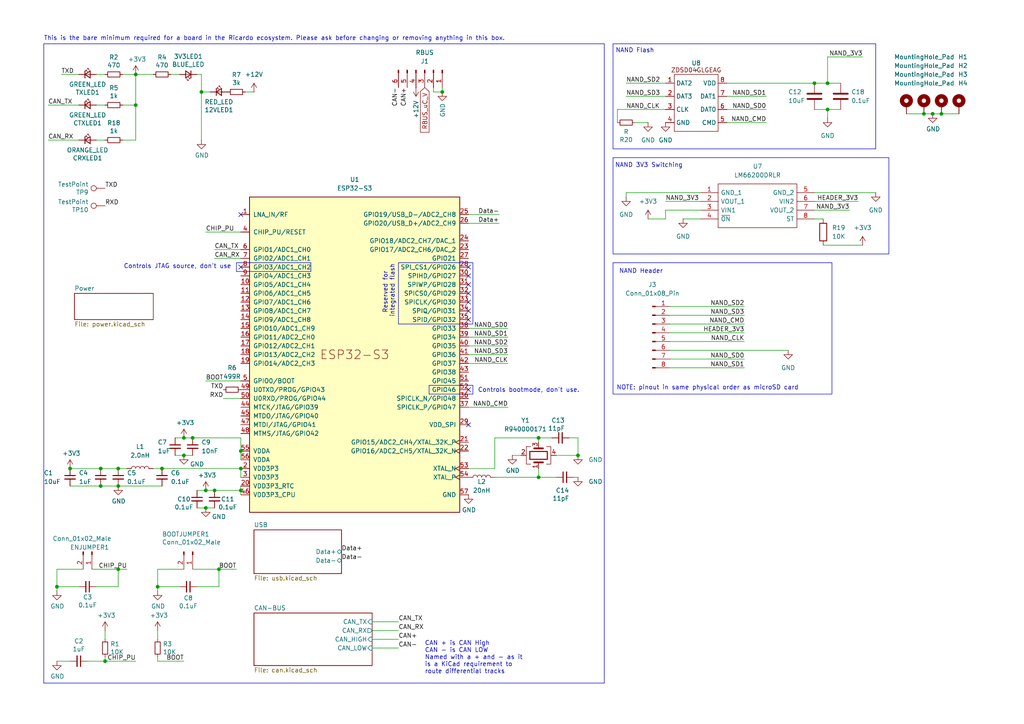
<source format=kicad_sch>
(kicad_sch (version 20231120) (generator "eeschema") (generator_version "8.0")
  (paper "A4")
  (lib_symbols
    (symbol "Connector:Conn_01x02_Male" (pin_names (offset 1.016) hide)
      (property "Reference" "J" (at 0 2.54 0))
      (property "Value" "Conn_01x02_Male" (at 0 -5.08 0))
      (symbol "Conn_01x02_Male_1_1"
        (polyline (pts (xy 1.27 -2.54) (xy 0.8636 -2.54)) (stroke (width 0.1524)))
        (polyline (pts (xy 1.27 0) (xy 0.8636 0)) (stroke (width 0.1524)))
        (rectangle (start 0.8636 -2.413) (end 0 -2.667) (stroke (width 0.1524)) (fill (type outline)))
        (rectangle (start 0.8636 0.127) (end 0 -0.127) (stroke (width 0.1524)) (fill (type outline)))
        (pin passive line (at 5.08 0 180) (length 3.81) (name "Pin_1") (number "1"))
        (pin passive line (at 5.08 -2.54 180) (length 3.81) (name "Pin_2") (number "2"))
      )
    )
    (symbol "Connector:Conn_01x06_Male" (pin_names (offset 1.016) hide)
      (property "Reference" "J" (at 0 7.62 0))
      (property "Value" "Conn_01x06_Male" (at 0 -10.16 0))
      (symbol "Conn_01x06_Male_1_1"
        (polyline (pts (xy 1.27 -7.62) (xy 0.8636 -7.62)) (stroke (width 0.1524)))
        (polyline (pts (xy 1.27 -5.08) (xy 0.8636 -5.08)) (stroke (width 0.1524)))
        (polyline (pts (xy 1.27 -2.54) (xy 0.8636 -2.54)) (stroke (width 0.1524)))
        (polyline (pts (xy 1.27 0) (xy 0.8636 0)) (stroke (width 0.1524)))
        (polyline (pts (xy 1.27 2.54) (xy 0.8636 2.54)) (stroke (width 0.1524)))
        (polyline (pts (xy 1.27 5.08) (xy 0.8636 5.08)) (stroke (width 0.1524)))
        (rectangle (start 0.8636 -7.493) (end 0 -7.747) (stroke (width 0.1524)) (fill (type outline)))
        (rectangle (start 0.8636 -4.953) (end 0 -5.207) (stroke (width 0.1524)) (fill (type outline)))
        (rectangle (start 0.8636 -2.413) (end 0 -2.667) (stroke (width 0.1524)) (fill (type outline)))
        (rectangle (start 0.8636 0.127) (end 0 -0.127) (stroke (width 0.1524)) (fill (type outline)))
        (rectangle (start 0.8636 2.667) (end 0 2.413) (stroke (width 0.1524)) (fill (type outline)))
        (rectangle (start 0.8636 5.207) (end 0 4.953) (stroke (width 0.1524)) (fill (type outline)))
        (pin passive line (at 5.08 5.08 180) (length 3.81) (name "Pin_1") (number "1"))
        (pin passive line (at 5.08 2.54 180) (length 3.81) (name "Pin_2") (number "2"))
        (pin passive line (at 5.08 0 180) (length 3.81) (name "Pin_3") (number "3"))
        (pin passive line (at 5.08 -2.54 180) (length 3.81) (name "Pin_4") (number "4"))
        (pin passive line (at 5.08 -5.08 180) (length 3.81) (name "Pin_5") (number "5"))
        (pin passive line (at 5.08 -7.62 180) (length 3.81) (name "Pin_6") (number "6"))
      )
    )
    (symbol "Connector:Conn_01x08_Pin" (pin_names (offset 1.016) hide)
      (property "Reference" "J" (at 0 10.16 0))
      (property "Value" "Conn_01x08_Pin" (at 0 -12.7 0))
      (symbol "Conn_01x08_Pin_1_1"
        (polyline (pts (xy 1.27 -10.16) (xy 0.8636 -10.16)) (stroke (width 0.1524)))
        (polyline (pts (xy 1.27 -7.62) (xy 0.8636 -7.62)) (stroke (width 0.1524)))
        (polyline (pts (xy 1.27 -5.08) (xy 0.8636 -5.08)) (stroke (width 0.1524)))
        (polyline (pts (xy 1.27 -2.54) (xy 0.8636 -2.54)) (stroke (width 0.1524)))
        (polyline (pts (xy 1.27 0) (xy 0.8636 0)) (stroke (width 0.1524)))
        (polyline (pts (xy 1.27 2.54) (xy 0.8636 2.54)) (stroke (width 0.1524)))
        (polyline (pts (xy 1.27 5.08) (xy 0.8636 5.08)) (stroke (width 0.1524)))
        (polyline (pts (xy 1.27 7.62) (xy 0.8636 7.62)) (stroke (width 0.1524)))
        (rectangle (start 0.8636 -10.033) (end 0 -10.287) (stroke (width 0.1524)) (fill (type outline)))
        (rectangle (start 0.8636 -7.493) (end 0 -7.747) (stroke (width 0.1524)) (fill (type outline)))
        (rectangle (start 0.8636 -4.953) (end 0 -5.207) (stroke (width 0.1524)) (fill (type outline)))
        (rectangle (start 0.8636 -2.413) (end 0 -2.667) (stroke (width 0.1524)) (fill (type outline)))
        (rectangle (start 0.8636 0.127) (end 0 -0.127) (stroke (width 0.1524)) (fill (type outline)))
        (rectangle (start 0.8636 2.667) (end 0 2.413) (stroke (width 0.1524)) (fill (type outline)))
        (rectangle (start 0.8636 5.207) (end 0 4.953) (stroke (width 0.1524)) (fill (type outline)))
        (rectangle (start 0.8636 7.747) (end 0 7.493) (stroke (width 0.1524)) (fill (type outline)))
        (pin passive line (at 5.08 7.62 180) (length 3.81) (name "Pin_1") (number "1"))
        (pin passive line (at 5.08 5.08 180) (length 3.81) (name "Pin_2") (number "2"))
        (pin passive line (at 5.08 2.54 180) (length 3.81) (name "Pin_3") (number "3"))
        (pin passive line (at 5.08 0 180) (length 3.81) (name "Pin_4") (number "4"))
        (pin passive line (at 5.08 -2.54 180) (length 3.81) (name "Pin_5") (number "5"))
        (pin passive line (at 5.08 -5.08 180) (length 3.81) (name "Pin_6") (number "6"))
        (pin passive line (at 5.08 -7.62 180) (length 3.81) (name "Pin_7") (number "7"))
        (pin passive line (at 5.08 -10.16 180) (length 3.81) (name "Pin_8") (number "8"))
      )
    )
    (symbol "Connector:TestPoint" (pin_numbers hide) (pin_names (offset 0.762) hide)
      (property "Reference" "TP" (at 0 6.858 0))
      (property "Value" "TestPoint" (at 0 5.08 0))
      (symbol "TestPoint_0_1"
        (circle (center 0 3.302) (radius 0.762))
      )
      (symbol "TestPoint_1_1"
        (pin passive line (at 0 0 90) (length 2.54) (name "1") (number "1"))
      )
    )
    (symbol "Device:C" (pin_numbers hide) (pin_names (offset 0.254))
      (property "Reference" "C" (at 0.635 2.54 0))
      (property "Value" "C" (at 0.635 -2.54 0))
      (symbol "C_0_1"
        (polyline (pts (xy -2.032 -0.762) (xy 2.032 -0.762)) (stroke (width 0.508)))
        (polyline (pts (xy -2.032 0.762) (xy 2.032 0.762)) (stroke (width 0.508)))
      )
      (symbol "C_1_1"
        (pin passive line (at 0 3.81 270) (length 2.794) (name "~") (number "1"))
        (pin passive line (at 0 -3.81 90) (length 2.794) (name "~") (number "2"))
      )
    )
    (symbol "Device:C_Small" (pin_numbers hide) (pin_names (offset 0.254) hide)
      (property "Reference" "C" (at 0.254 1.778 0))
      (property "Value" "C_Small" (at 0.254 -2.032 0))
      (symbol "C_Small_0_1"
        (polyline (pts (xy -1.524 -0.508) (xy 1.524 -0.508)) (stroke (width 0.3302)))
        (polyline (pts (xy -1.524 0.508) (xy 1.524 0.508)) (stroke (width 0.3048)))
      )
      (symbol "C_Small_1_1"
        (pin passive line (at 0 2.54 270) (length 2.032) (name "~") (number "1"))
        (pin passive line (at 0 -2.54 90) (length 2.032) (name "~") (number "2"))
      )
    )
    (symbol "Device:Crystal_GND24" (pin_names (offset 1.016) hide)
      (property "Reference" "Y" (at 3.175 5.08 0))
      (property "Value" "Crystal_GND24" (at 3.175 3.175 0))
      (symbol "Crystal_GND24_0_1"
        (rectangle (start -1.143 2.54) (end 1.143 -2.54) (stroke (width 0.3048)))
        (polyline (pts (xy -2.54 0) (xy -2.032 0)))
        (polyline (pts (xy -2.032 -1.27) (xy -2.032 1.27)) (stroke (width 0.508)))
        (polyline (pts (xy 0 -3.81) (xy 0 -3.556)))
        (polyline (pts (xy 0 3.556) (xy 0 3.81)))
        (polyline (pts (xy 2.032 -1.27) (xy 2.032 1.27)) (stroke (width 0.508)))
        (polyline (pts (xy 2.032 0) (xy 2.54 0)))
        (polyline (pts (xy -2.54 -2.286) (xy -2.54 -3.556) (xy 2.54 -3.556) (xy 2.54 -2.286)))
        (polyline (pts (xy -2.54 2.286) (xy -2.54 3.556) (xy 2.54 3.556) (xy 2.54 2.286)))
      )
      (symbol "Crystal_GND24_1_1"
        (pin passive line (at -3.81 0 0) (length 1.27) (name "1") (number "1"))
        (pin passive line (at 0 5.08 270) (length 1.27) (name "2") (number "2"))
        (pin passive line (at 3.81 0 180) (length 1.27) (name "3") (number "3"))
        (pin passive line (at 0 -5.08 90) (length 1.27) (name "4") (number "4"))
      )
    )
    (symbol "Device:L" (pin_numbers hide) (pin_names (offset 1.016) hide)
      (property "Reference" "L" (at -1.27 0 90))
      (property "Value" "L" (at 1.905 0 90))
      (symbol "L_0_1"
        (arc (start 0 -2.54) (mid 0.6323 -1.905) (end 0 -1.27))
        (arc (start 0 -1.27) (mid 0.6323 -0.635) (end 0 0))
        (arc (start 0 0) (mid 0.6323 0.635) (end 0 1.27))
        (arc (start 0 1.27) (mid 0.6323 1.905) (end 0 2.54))
      )
      (symbol "L_1_1"
        (pin passive line (at 0 3.81 270) (length 1.27) (name "1") (number "1"))
        (pin passive line (at 0 -3.81 90) (length 1.27) (name "2") (number "2"))
      )
    )
    (symbol "Device:LED_Small" (pin_numbers hide) (pin_names (offset 0.254) hide)
      (property "Reference" "D" (at -1.27 3.175 0))
      (property "Value" "LED_Small" (at -4.445 -2.54 0))
      (symbol "LED_Small_0_1"
        (polyline (pts (xy -0.762 -1.016) (xy -0.762 1.016)) (stroke (width 0.254)))
        (polyline (pts (xy 1.016 0) (xy -0.762 0)))
        (polyline (pts (xy 0.762 -1.016) (xy -0.762 0) (xy 0.762 1.016) (xy 0.762 -1.016)) (stroke (width 0.254)))
        (polyline (pts (xy 0 0.762) (xy -0.508 1.27) (xy -0.254 1.27) (xy -0.508 1.27) (xy -0.508 1.016)))
        (polyline (pts (xy 0.508 1.27) (xy 0 1.778) (xy 0.254 1.778) (xy 0 1.778) (xy 0 1.524)))
      )
      (symbol "LED_Small_1_1"
        (pin passive line (at -2.54 0 0) (length 1.778) (name "K") (number "1"))
        (pin passive line (at 2.54 0 180) (length 1.778) (name "A") (number "2"))
      )
    )
    (symbol "Device:R" (pin_numbers hide) (pin_names (offset 0))
      (property "Reference" "R" (at 2.032 0 90))
      (property "Value" "R" (at 0 0 90))
      (symbol "R_0_1"
        (rectangle (start -1.016 -2.54) (end 1.016 2.54) (stroke (width 0.254)))
      )
      (symbol "R_1_1"
        (pin passive line (at 0 3.81 270) (length 1.27) (name "~") (number "1"))
        (pin passive line (at 0 -3.81 90) (length 1.27) (name "~") (number "2"))
      )
    )
    (symbol "Device:R_Small" (pin_numbers hide) (pin_names (offset 0.254) hide)
      (property "Reference" "R" (at 0.762 0.508 0))
      (property "Value" "R_Small" (at 0.762 -1.016 0))
      (symbol "R_Small_0_1"
        (rectangle (start -0.762 1.778) (end 0.762 -1.778) (stroke (width 0.2032)))
      )
      (symbol "R_Small_1_1"
        (pin passive line (at 0 2.54 270) (length 0.762) (name "~") (number "1"))
        (pin passive line (at 0 -2.54 90) (length 0.762) (name "~") (number "2"))
      )
    )
    (symbol "Espressif:ESP32-S3" (pin_names (offset 1.016))
      (property "Reference" "U" (at 0 48.26 0))
      (property "Value" "ESP32-S3" (at 0 -48.26 0))
      (symbol "ESP32-S3_0_0"
        (text "ESP32-S3" (at 0 0 0) (effects (font (size 2.54 2.54))))
        (pin bidirectional line (at 33.02 -12.7 180) (length 2.54) (name "SPICLK_N/GPIO48") (number "36"))
        (pin bidirectional line (at 33.02 -15.24 180) (length 2.54) (name "SPICLK_P/GPIO47") (number "37"))
      )
      (symbol "ESP32-S3_0_1"
        (rectangle (start -30.48 45.72) (end 30.48 -45.72) (stroke (width 0.254)) (fill (type background)))
      )
      (symbol "ESP32-S3_1_1"
        (pin bidirectional line (at -33.02 40.64 0) (length 2.54) (name "LNA_IN/RF") (number "1"))
        (pin bidirectional line (at -33.02 20.32 0) (length 2.54) (name "GPIO5/ADC1_CH4") (number "10"))
        (pin bidirectional line (at -33.02 17.78 0) (length 2.54) (name "GPIO6/ADC1_CH5") (number "11"))
        (pin bidirectional line (at -33.02 15.24 0) (length 2.54) (name "GPIO7/ADC1_CH6") (number "12"))
        (pin bidirectional line (at -33.02 12.7 0) (length 2.54) (name "GPIO8/ADC1_CH7") (number "13"))
        (pin bidirectional line (at -33.02 10.16 0) (length 2.54) (name "GPIO9/ADC1_CH8") (number "14"))
        (pin bidirectional line (at -33.02 7.62 0) (length 2.54) (name "GPIO10/ADC1_CH9") (number "15"))
        (pin bidirectional line (at -33.02 5.08 0) (length 2.54) (name "GPIO11/ADC2_CH0") (number "16"))
        (pin bidirectional line (at -33.02 2.54 0) (length 2.54) (name "GPIO12/ADC2_CH1") (number "17"))
        (pin bidirectional line (at -33.02 0 0) (length 2.54) (name "GPIO13/ADC2_CH2") (number "18"))
        (pin bidirectional line (at -33.02 -2.54 0) (length 2.54) (name "GPIO14/ADC2_CH3") (number "19"))
        (pin power_in line (at -33.02 -33.02 0) (length 2.54) (name "VDD3P3") (number "2"))
        (pin power_in line (at -33.02 -38.1 0) (length 2.54) (name "VDD3P3_RTC") (number "20"))
        (pin input clock (at 33.02 -25.4 180) (length 2.54) (name "GPIO15/ADC2_CH4/XTAL_32K_P") (number "21"))
        (pin output clock (at 33.02 -27.94 180) (length 2.54) (name "GPIO16/ADC2_CH5/XTAL_32K_N") (number "22"))
        (pin bidirectional line (at 33.02 30.48 180) (length 2.54) (name "GPIO17/ADC2_CH6/DAC_2") (number "23"))
        (pin bidirectional line (at 33.02 33.02 180) (length 2.54) (name "GPIO18/ADC2_CH7/DAC_1") (number "24"))
        (pin bidirectional line (at 33.02 40.64 180) (length 2.54) (name "GPIO19/USB_D-/ADC2_CH8") (number "25"))
        (pin bidirectional line (at 33.02 38.1 180) (length 2.54) (name "GPIO20/USB_D+/ADC2_CH9") (number "26"))
        (pin bidirectional line (at 33.02 27.94 180) (length 2.54) (name "GPIO21") (number "27"))
        (pin bidirectional line (at 33.02 25.4 180) (length 2.54) (name "SPI_CS1/GPIO26") (number "28"))
        (pin power_out line (at 33.02 -20.32 180) (length 2.54) (name "VDD_SPI") (number "29"))
        (pin power_in line (at -33.02 -35.56 0) (length 2.54) (name "VDD3P3") (number "3"))
        (pin bidirectional line (at 33.02 22.86 180) (length 2.54) (name "SPIHD/GPIO27") (number "30"))
        (pin bidirectional line (at 33.02 20.32 180) (length 2.54) (name "SPIWP/GPIO28") (number "31"))
        (pin bidirectional line (at 33.02 17.78 180) (length 2.54) (name "SPICS0/GPIO29") (number "32"))
        (pin bidirectional line (at 33.02 15.24 180) (length 2.54) (name "SPICLK/GPIO30") (number "33"))
        (pin bidirectional line (at 33.02 12.7 180) (length 2.54) (name "SPIQ/GPIO31") (number "34"))
        (pin bidirectional line (at 33.02 10.16 180) (length 2.54) (name "SPID/GPIO32") (number "35"))
        (pin bidirectional line (at 33.02 7.62 180) (length 2.54) (name "GPIO33") (number "38"))
        (pin bidirectional line (at 33.02 5.08 180) (length 2.54) (name "GPIO34") (number "39"))
        (pin input line (at -33.02 35.56 0) (length 2.54) (name "CHIP_PU/RESET") (number "4"))
        (pin bidirectional line (at 33.02 2.54 180) (length 2.54) (name "GPIO35") (number "40"))
        (pin bidirectional line (at 33.02 0 180) (length 2.54) (name "GPIO36") (number "41"))
        (pin bidirectional line (at 33.02 -2.54 180) (length 2.54) (name "GPIO37") (number "42"))
        (pin bidirectional line (at 33.02 -5.08 180) (length 2.54) (name "GPIO38") (number "43"))
        (pin bidirectional line (at -33.02 -15.24 0) (length 2.54) (name "MTCK/JTAG/GPIO39") (number "44"))
        (pin bidirectional line (at -33.02 -17.78 0) (length 2.54) (name "MTDO/JTAG/GPIO40") (number "45"))
        (pin power_in line (at -33.02 -40.64 0) (length 2.54) (name "VDD3P3_CPU") (number "46"))
        (pin bidirectional line (at -33.02 -20.32 0) (length 2.54) (name "MTDI/JTAG/GPIO41") (number "47"))
        (pin bidirectional line (at -33.02 -22.86 0) (length 2.54) (name "MTMS/JTAG/GPIO42") (number "48"))
        (pin bidirectional line (at -33.02 -10.16 0) (length 2.54) (name "U0TXD/PROG/GPIO43") (number "49"))
        (pin bidirectional line (at -33.02 -7.62 0) (length 2.54) (name "GPIO0/BOOT") (number "5"))
        (pin bidirectional line (at -33.02 -12.7 0) (length 2.54) (name "U0RXD/PROG/GPIO44") (number "50"))
        (pin bidirectional line (at 33.02 -7.62 180) (length 2.54) (name "GPIO45") (number "51"))
        (pin bidirectional line (at 33.02 -10.16 180) (length 2.54) (name "GPIO46") (number "52"))
        (pin input clock (at 33.02 -33.02 180) (length 2.54) (name "XTAL_N") (number "53"))
        (pin output clock (at 33.02 -35.56 180) (length 2.54) (name "XTAL_P") (number "54"))
        (pin power_in line (at -33.02 -27.94 0) (length 2.54) (name "VDDA") (number "55"))
        (pin power_in line (at -33.02 -30.48 0) (length 2.54) (name "VDDA") (number "56"))
        (pin power_in line (at 33.02 -40.64 180) (length 2.54) (name "GND") (number "57"))
        (pin bidirectional line (at -33.02 30.48 0) (length 2.54) (name "GPIO1/ADC1_CH0") (number "6"))
        (pin bidirectional line (at -33.02 27.94 0) (length 2.54) (name "GPIO2/ADC1_CH1") (number "7"))
        (pin bidirectional line (at -33.02 25.4 0) (length 2.54) (name "GPIO3/ADC1_CH2") (number "8"))
        (pin bidirectional line (at -33.02 22.86 0) (length 2.54) (name "GPIO4/ADC1_CH3") (number "9"))
      )
    )
    (symbol "Mechanical:MountingHole_Pad" (pin_numbers hide) (pin_names (offset 1.016) hide) (exclude_from_sim yes) (in_bom no)
      (property "Reference" "H" (at 0 6.35 0))
      (property "Value" "MountingHole_Pad" (at 0 4.445 0))
      (symbol "MountingHole_Pad_0_1"
        (circle (center 0 1.27) (radius 1.27) (stroke (width 1.27)))
      )
      (symbol "MountingHole_Pad_1_1"
        (pin input line (at 0 -2.54 90) (length 2.54) (name "1") (number "1"))
      )
    )
    (symbol "iclr:LM66200DRLR" (pin_names (offset 0.762))
      (property "Reference" "U" (at 29.21 7.62 0))
      (property "Value" "LM66200DRLR" (at 29.21 5.08 0))
      (symbol "LM66200DRLR_0_0"
        (pin passive line (at 0 0 0) (length 5.08) (name "GND_1") (number "1"))
        (pin passive line (at 0 -2.54 0) (length 5.08) (name "VOUT_1") (number "2"))
        (pin passive line (at 0 -5.08 0) (length 5.08) (name "VIN1") (number "3"))
        (pin passive line (at 0 -7.62 0) (length 5.08) (name "~{ON}") (number "4"))
        (pin passive line (at 33.02 0 180) (length 5.08) (name "GND_2") (number "5"))
        (pin passive line (at 33.02 -2.54 180) (length 5.08) (name "VIN2") (number "6"))
        (pin passive line (at 33.02 -5.08 180) (length 5.08) (name "VOUT_2") (number "7"))
        (pin passive line (at 33.02 -7.62 180) (length 5.08) (name "ST") (number "8"))
      )
      (symbol "LM66200DRLR_0_1"
        (polyline (pts (xy 5.08 2.54) (xy 27.94 2.54) (xy 27.94 -10.16) (xy 5.08 -10.16) (xy 5.08 2.54)) (stroke (width 0.1524)))
      )
    )
    (symbol "iclr:ZDSD04GLGEAG"
      (property "Reference" "U" (at 0 3.81 0))
      (symbol "ZDSD04GLGEAG_0_1"
        (rectangle (start -6.35 0) (end 6.35 -16.51))
      )
      (symbol "ZDSD04GLGEAG_1_1"
        (text "ZDSD04GLGEAG" (at 0 1.27 0) (effects (font (size 1.27 1.27))))
        (pin bidirectional line (at -8.89 -2.54 0) (length 2.54) (name "DAT2") (number "1"))
        (pin bidirectional line (at -8.89 -6.35 0) (length 2.54) (name "DAT3") (number "2"))
        (pin input line (at -8.89 -10.16 0) (length 2.54) (name "CLK") (number "3"))
        (pin input line (at -8.89 -13.97 0) (length 2.54) (name "GND") (number "4"))
        (pin input line (at 8.89 -13.97 180) (length 2.54) (name "CMD") (number "5"))
        (pin bidirectional line (at 8.89 -10.16 180) (length 2.54) (name "DAT0") (number "6"))
        (pin bidirectional line (at 8.89 -6.35 180) (length 2.54) (name "DAT1") (number "7"))
        (pin input line (at 8.89 -2.54 180) (length 2.54) (name "VDD") (number "8"))
      )
    )
    (symbol "power:+12V" (power) (pin_numbers hide) (pin_names (offset 0) hide)
      (property "Value" "+12V" (at 0 3.556 0))
      (symbol "+12V_0_1"
        (polyline (pts (xy -0.762 1.27) (xy 0 2.54)))
        (polyline (pts (xy 0 0) (xy 0 2.54)))
        (polyline (pts (xy 0 2.54) (xy 0.762 1.27)))
      )
      (symbol "+12V_1_1"
        (pin power_in line (at 0 0 90) (length 0) (name "~") (number "1"))
      )
    )
    (symbol "power:+3.3V" (power) (pin_numbers hide) (pin_names (offset 0) hide)
      (property "Value" "+3.3V" (at 0 3.556 0))
      (symbol "+3.3V_0_1"
        (polyline (pts (xy -0.762 1.27) (xy 0 2.54)))
        (polyline (pts (xy 0 0) (xy 0 2.54)))
        (polyline (pts (xy 0 2.54) (xy 0.762 1.27)))
      )
      (symbol "+3.3V_1_1"
        (pin power_in line (at 0 0 90) (length 0) (name "~") (number "1"))
      )
    )
    (symbol "power:GND" (power) (pin_numbers hide) (pin_names (offset 0) hide)
      (property "Value" "GND" (at 0 -3.81 0))
      (symbol "GND_0_1"
        (polyline (pts (xy 0 0) (xy 0 -1.27) (xy 1.27 -1.27) (xy 0 -2.54) (xy -1.27 -1.27) (xy 0 -1.27)))
      )
      (symbol "GND_1_1"
        (pin power_in line (at 0 0 270) (length 0) (name "~") (number "1"))
      )
    )
  )
  (junction (at 39.37 21.59))
  (junction (at 59.69 142.24))
  (junction (at 236.22 24.13))
  (junction (at 53.34 127))
  (junction (at 58.42 26.67))
  (junction (at 39.37 30.48))
  (junction (at 240.03 31.75))
  (junction (at 30.48 191.77))
  (junction (at 240.03 24.13))
  (junction (at 69.85 142.24))
  (junction (at 55.88 127))
  (junction (at 63.5 165.1))
  (junction (at 59.69 147.32))
  (junction (at 62.23 142.24))
  (junction (at 34.29 135.89))
  (junction (at 20.32 135.89))
  (junction (at 45.72 170.18))
  (junction (at 29.21 135.89))
  (junction (at 34.29 140.97))
  (junction (at 156.21 127))
  (junction (at 273.05 33.02))
  (junction (at 53.34 132.08))
  (junction (at 156.21 138.43))
  (junction (at 69.85 130.81))
  (junction (at 29.21 140.97))
  (junction (at 16.51 170.18))
  (junction (at 270.51 33.02))
  (junction (at 267.97 33.02))
  (junction (at 167.64 132.08))
  (junction (at 46.99 135.89))
  (junction (at 128.27 26.67))
  (junction (at 34.29 165.1))
  (junction (at 69.85 135.89))
  (no_connect (at 135.89 77.47))
  (no_connect (at 135.89 87.63))
  (no_connect (at 135.89 85.09))
  (no_connect (at 135.89 90.17))
  (no_connect (at 135.89 80.01))
  (no_connect (at 135.89 92.71))
  (no_connect (at 69.85 77.47))
  (no_connect (at 69.85 62.23))
  (no_connect (at 135.89 113.03))
  (no_connect (at 135.89 82.55))
  (no_connect (at 135.89 123.19))
  (wire (pts (xy 236.22 55.88) (xy 254 55.88)))
  (wire (pts (xy 181.61 24.13) (xy 193.04 24.13)))
  (wire (pts (xy 194.31 88.9) (xy 215.9 88.9)))
  (wire (pts (xy 30.48 191.77) (xy 30.48 190.5)))
  (wire (pts (xy 194.31 91.44) (xy 215.9 91.44)))
  (wire (pts (xy 135.89 62.23) (xy 144.78 62.23)))
  (wire (pts (xy 210.82 35.56) (xy 222.25 35.56)))
  (wire (pts (xy 194.31 99.06) (xy 215.9 99.06)))
  (wire (pts (xy 69.85 135.89) (xy 69.85 138.43)))
  (polyline (pts (xy 90.17 78.74) (xy 68.58 78.74)))
  (wire (pts (xy 63.5 170.18) (xy 63.5 165.1)))
  (wire (pts (xy 194.31 106.68) (xy 215.9 106.68)))
  (polyline (pts (xy 68.58 76.2) (xy 68.58 78.74)))
  (wire (pts (xy 60.96 26.67) (xy 58.42 26.67)))
  (wire (pts (xy 16.51 191.77) (xy 20.32 191.77)))
  (wire (pts (xy 240.03 16.51) (xy 240.03 24.13)))
  (wire (pts (xy 107.95 180.34) (xy 115.57 180.34)))
  (wire (pts (xy 128.27 25.4) (xy 128.27 26.67)))
  (wire (pts (xy 181.61 27.94) (xy 193.04 27.94)))
  (wire (pts (xy 160.02 127) (xy 156.21 127)))
  (wire (pts (xy 181.61 55.88) (xy 181.61 57.15)))
  (wire (pts (xy 35.56 30.48) (xy 39.37 30.48)))
  (wire (pts (xy 45.72 165.1) (xy 53.34 165.1)))
  (wire (pts (xy 125.73 26.67) (xy 128.27 26.67)))
  (wire (pts (xy 135.89 95.25) (xy 147.32 95.25)))
  (wire (pts (xy 58.42 21.59) (xy 57.15 21.59)))
  (wire (pts (xy 29.21 135.89) (xy 34.29 135.89)))
  (wire (pts (xy 135.89 105.41) (xy 147.32 105.41)))
  (wire (pts (xy 236.22 60.96) (xy 246.38 60.96)))
  (wire (pts (xy 210.82 24.13) (xy 236.22 24.13)))
  (wire (pts (xy 143.51 138.43) (xy 156.21 138.43)))
  (wire (pts (xy 59.69 110.49) (xy 69.85 110.49)))
  (polyline (pts (xy 12.7 12.7) (xy 12.7 198.12)))
  (wire (pts (xy 267.97 33.02) (xy 262.89 33.02)))
  (wire (pts (xy 16.51 170.18) (xy 16.51 171.45)))
  (wire (pts (xy 57.15 170.18) (xy 63.5 170.18)))
  (wire (pts (xy 194.31 96.52) (xy 215.9 96.52)))
  (polyline (pts (xy 137.16 111.76) (xy 137.16 114.3)))
  (wire (pts (xy 68.58 165.1) (xy 63.5 165.1)))
  (wire (pts (xy 236.22 31.75) (xy 240.03 31.75)))
  (wire (pts (xy 194.31 104.14) (xy 215.9 104.14)))
  (wire (pts (xy 135.89 97.79) (xy 147.32 97.79)))
  (wire (pts (xy 27.94 21.59) (xy 30.48 21.59)))
  (wire (pts (xy 135.89 100.33) (xy 147.32 100.33)))
  (wire (pts (xy 16.51 165.1) (xy 16.51 170.18)))
  (wire (pts (xy 161.29 132.08) (xy 167.64 132.08)))
  (wire (pts (xy 30.48 182.88) (xy 30.48 185.42)))
  (wire (pts (xy 57.15 147.32) (xy 59.69 147.32)))
  (polyline (pts (xy 68.58 76.2) (xy 90.17 76.2)))
  (wire (pts (xy 34.29 135.89) (xy 36.83 135.89)))
  (wire (pts (xy 69.85 142.24) (xy 69.85 143.51)))
  (wire (pts (xy 240.03 16.51) (xy 250.19 16.51)))
  (wire (pts (xy 62.23 142.24) (xy 69.85 142.24)))
  (wire (pts (xy 187.96 63.5) (xy 193.04 63.5)))
  (wire (pts (xy 210.82 27.94) (xy 222.25 27.94)))
  (wire (pts (xy 64.77 115.57) (xy 69.85 115.57)))
  (wire (pts (xy 53.34 132.08) (xy 55.88 132.08)))
  (wire (pts (xy 143.51 135.89) (xy 143.51 127)))
  (wire (pts (xy 156.21 127) (xy 156.21 128.27)))
  (wire (pts (xy 34.29 165.1) (xy 36.83 165.1)))
  (wire (pts (xy 50.8 132.08) (xy 53.34 132.08)))
  (polyline (pts (xy 124.46 111.76) (xy 124.46 114.3)))
  (wire (pts (xy 35.56 40.64) (xy 39.37 40.64)))
  (wire (pts (xy 236.22 24.13) (xy 240.03 24.13)))
  (polyline (pts (xy 12.7 12.7) (xy 175.26 12.7)))
  (wire (pts (xy 194.31 93.98) (xy 215.9 93.98)))
  (wire (pts (xy 39.37 30.48) (xy 39.37 40.64)))
  (wire (pts (xy 44.45 135.89) (xy 46.99 135.89)))
  (wire (pts (xy 69.85 130.81) (xy 69.85 133.35)))
  (wire (pts (xy 39.37 30.48) (xy 39.37 21.59)))
  (wire (pts (xy 193.04 60.96) (xy 203.2 60.96)))
  (wire (pts (xy 22.86 170.18) (xy 16.51 170.18)))
  (wire (pts (xy 194.31 101.6) (xy 228.6 101.6)))
  (wire (pts (xy 27.94 40.64) (xy 30.48 40.64)))
  (wire (pts (xy 240.03 31.75) (xy 243.84 31.75)))
  (wire (pts (xy 50.8 127) (xy 53.34 127)))
  (wire (pts (xy 193.04 63.5) (xy 193.04 60.96)))
  (wire (pts (xy 17.78 21.59) (xy 22.86 21.59)))
  (wire (pts (xy 13.97 30.48) (xy 22.86 30.48)))
  (wire (pts (xy 52.07 170.18) (xy 45.72 170.18)))
  (wire (pts (xy 278.13 33.02) (xy 273.05 33.02)))
  (wire (pts (xy 29.21 140.97) (xy 34.29 140.97)))
  (wire (pts (xy 35.56 21.59) (xy 39.37 21.59)))
  (wire (pts (xy 55.88 127) (xy 69.85 127)))
  (wire (pts (xy 107.95 187.96) (xy 115.57 187.96)))
  (wire (pts (xy 107.95 182.88) (xy 115.57 182.88)))
  (wire (pts (xy 69.85 127) (xy 69.85 130.81)))
  (wire (pts (xy 240.03 24.13) (xy 243.84 24.13)))
  (polyline (pts (xy 137.16 114.3) (xy 124.46 114.3)))
  (wire (pts (xy 179.07 31.75) (xy 193.04 31.75)))
  (wire (pts (xy 55.88 165.1) (xy 63.5 165.1)))
  (wire (pts (xy 184.15 35.56) (xy 187.96 35.56)))
  (wire (pts (xy 125.73 25.4) (xy 125.73 26.67)))
  (wire (pts (xy 25.4 191.77) (xy 30.48 191.77)))
  (wire (pts (xy 273.05 33.02) (xy 270.51 33.02)))
  (wire (pts (xy 135.89 135.89) (xy 143.51 135.89)))
  (wire (pts (xy 45.72 170.18) (xy 45.72 171.45)))
  (wire (pts (xy 45.72 191.77) (xy 45.72 190.5)))
  (wire (pts (xy 62.23 72.39) (xy 69.85 72.39)))
  (wire (pts (xy 49.53 21.59) (xy 52.07 21.59)))
  (wire (pts (xy 240.03 31.75) (xy 240.03 34.29)))
  (wire (pts (xy 148.59 132.08) (xy 151.13 132.08)))
  (wire (pts (xy 210.82 31.75) (xy 222.25 31.75)))
  (wire (pts (xy 58.42 21.59) (xy 58.42 26.67)))
  (wire (pts (xy 161.29 138.43) (xy 156.21 138.43)))
  (wire (pts (xy 236.22 63.5) (xy 238.76 63.5)))
  (wire (pts (xy 236.22 58.42) (xy 248.92 58.42)))
  (wire (pts (xy 198.12 63.5) (xy 203.2 63.5)))
  (wire (pts (xy 59.69 67.31) (xy 69.85 67.31)))
  (wire (pts (xy 62.23 74.93) (xy 69.85 74.93)))
  (wire (pts (xy 238.76 71.12) (xy 250.19 71.12)))
  (wire (pts (xy 181.61 55.88) (xy 203.2 55.88)))
  (wire (pts (xy 53.34 191.77) (xy 45.72 191.77)))
  (wire (pts (xy 58.42 26.67) (xy 58.42 40.64)))
  (wire (pts (xy 193.04 58.42) (xy 203.2 58.42)))
  (wire (pts (xy 156.21 135.89) (xy 156.21 138.43)))
  (wire (pts (xy 179.07 35.56) (xy 179.07 31.75)))
  (wire (pts (xy 34.29 170.18) (xy 34.29 165.1)))
  (polyline (pts (xy 90.17 76.2) (xy 90.17 78.74)))
  (wire (pts (xy 143.51 127) (xy 156.21 127)))
  (wire (pts (xy 167.64 138.43) (xy 166.37 138.43)))
  (wire (pts (xy 135.89 102.87) (xy 147.32 102.87)))
  (wire (pts (xy 20.32 135.89) (xy 29.21 135.89)))
  (wire (pts (xy 167.64 127) (xy 167.64 132.08)))
  (wire (pts (xy 13.97 40.64) (xy 22.86 40.64)))
  (wire (pts (xy 39.37 21.59) (xy 44.45 21.59)))
  (polyline (pts (xy 124.46 111.76) (xy 137.16 111.76)))
  (wire (pts (xy 59.69 147.32) (xy 62.23 147.32)))
  (wire (pts (xy 30.48 191.77) (xy 39.37 191.77)))
  (wire (pts (xy 270.51 33.02) (xy 267.97 33.02)))
  (wire (pts (xy 107.95 185.42) (xy 115.57 185.42)))
  (wire (pts (xy 53.34 127) (xy 55.88 127)))
  (wire (pts (xy 73.66 26.67) (xy 71.12 26.67)))
  (wire (pts (xy 46.99 135.89) (xy 69.85 135.89)))
  (polyline (pts (xy 175.26 12.7) (xy 175.26 198.12)))
  (wire (pts (xy 135.89 118.11) (xy 147.32 118.11)))
  (wire (pts (xy 27.94 30.48) (xy 30.48 30.48)))
  (wire (pts (xy 34.29 140.97) (xy 46.99 140.97)))
  (wire (pts (xy 135.89 64.77) (xy 144.78 64.77)))
  (wire (pts (xy 27.94 170.18) (xy 34.29 170.18)))
  (wire (pts (xy 45.72 165.1) (xy 45.72 170.18)))
  (wire (pts (xy 59.69 142.24) (xy 62.23 142.24)))
  (wire (pts (xy 57.15 142.24) (xy 59.69 142.24)))
  (wire (pts (xy 20.32 140.97) (xy 29.21 140.97)))
  (wire (pts (xy 69.85 142.24) (xy 69.85 140.97)))
  (wire (pts (xy 167.64 127) (xy 165.1 127)))
  (wire (pts (xy 26.67 165.1) (xy 34.29 165.1)))
  (wire (pts (xy 45.72 182.88) (xy 45.72 185.42)))
  (wire (pts (xy 16.51 165.1) (xy 24.13 165.1)))
  (polyline (pts (xy 175.26 198.12) (xy 12.7 198.12)))
  (rectangle (start 177.8 76.2) (end 241.3 114.3))
  (rectangle (start 115.57 76.2) (end 137.16 93.98))
  (rectangle (start 177.8 45.72) (end 257.81 73.66))
  (rectangle (start 177.8 12.7) (end 254 43.18))
  (text "Controls bootmode, don't use.\n" (at 138.5894 113.9757 0) (effects (font (size 1.27 1.27)) (justify left bottom)))
  (text "NAND Flash" (at 184.15 14.732 0) (effects (font (size 1.27 1.27))))
  (text "This is the bare minimum required for a board in the Ricardo ecosystem. Please ask before changing or removing anything in this box.\n\n" (at 12.7 13.97 0) (effects (font (size 1.27 1.27)) (justify left bottom)))
  (text "CAN + is CAN High\nCAN - is CAN LOW\nNamed with a + and - as it\nis a KiCad requirement to\nroute differential tracks\n" (at 123.19 195.58 0) (effects (font (size 1.27 1.27)) (justify left bottom)))
  (text "NOTE: pinout in same physical order as microSD card" (at 205.232 112.522 0) (effects (font (size 1.27 1.27))))
  (text "NAND 3V3 Switching" (at 188.214 48.006 0) (effects (font (size 1.27 1.27))))
  (text "Controls JTAG source, don't use\n" (at 67.0857 78.0878 0) (effects (font (size 1.27 1.27)) (justify right bottom)))
  (text "Reserved for \nintegrated flash" (at 112.776 84.328 90) (effects (font (size 1.27 1.27))))
  (text "NAND Header" (at 185.928 78.74 0) (effects (font (size 1.27 1.27))))
  (label "NAND_SD0" (at 147.32 95.25 180))
  (label "NAND_SD2" (at 215.9 88.9 180))
  (label "CHIP_PU" (at 36.83 165.1 180))
  (label "CAN+" (at 115.57 185.42 0))
  (label "Data+" (at 99.06 160.02 0) (property "Netclass" "USB" (effects (hide yes))))
  (label "RXD" (at 30.48 59.69 0))
  (label "NAND_CLK" (at 147.32 105.41 180))
  (label "CAN_RX" (at 62.23 74.93 0))
  (label "NAND_SD1" (at 215.9 106.68 180))
  (label "NAND_3V3" (at 246.38 60.96 180))
  (label "Data-" (at 99.06 162.56 0) (property "Netclass" "USB" (effects (hide yes))))
  (label "BOOT" (at 53.34 191.77 180))
  (label "NAND_SD3" (at 215.9 91.44 180))
  (label "TXD" (at 30.48 54.61 0))
  (label "CAN_RX" (at 13.97 40.64 0))
  (label "NAND_SD2" (at 147.32 100.33 180))
  (label "CAN-" (at 115.57 25.4 270))
  (label "NAND_CMD" (at 222.25 35.56 180))
  (label "NAND_CLK" (at 181.61 31.75 0))
  (label "CAN+" (at 118.11 25.4 270))
  (label "CAN_TX" (at 115.57 180.34 0))
  (label "NAND_CLK" (at 215.9 99.06 180))
  (label "BOOT" (at 68.58 165.1 180))
  (label "NAND_CMD" (at 215.9 93.98 180))
  (label "CAN_TX" (at 62.23 72.39 0))
  (label "NAND_SD0" (at 215.9 104.14 180))
  (label "RXD" (at 64.77 115.57 180))
  (label "BOOT" (at 59.69 110.49 0))
  (label "TXD" (at 64.77 113.03 180))
  (label "HEADER_3V3" (at 248.92 58.42 180))
  (label "NAND_3V3" (at 193.04 58.42 0))
  (label "CAN_TX" (at 13.97 30.48 0))
  (label "NAND_SD0" (at 222.25 31.75 180))
  (label "NAND_SD3" (at 147.32 102.87 180))
  (label "NAND_3V3" (at 250.19 16.51 180))
  (label "CHIP_PU" (at 59.69 67.31 0))
  (label "NAND_SD1" (at 147.32 97.79 180))
  (label "HEADER_3V3" (at 215.9 96.52 180))
  (label "NAND_SD3" (at 181.61 27.94 0))
  (label "CAN_RX" (at 115.57 182.88 0))
  (label "Data+" (at 144.78 64.77 180))
  (label "Data-" (at 144.78 62.23 180))
  (label "CAN-" (at 115.57 187.96 0))
  (label "NAND_CMD" (at 147.32 118.11 180))
  (label "NAND_SD1" (at 222.25 27.94 180))
  (label "TXD" (at 17.78 21.59 0))
  (label "CHIP_PU" (at 39.37 191.77 180))
  (label "NAND_SD2" (at 181.61 24.13 0))
  (global_label "RBUS_uC_V" (shape input) (at 123.19 25.4 270) (property "Intersheetrefs" "${INTERSHEET_REFS}" (effects (hide yes))))
  (symbol (lib_id "power:+3.3V") (at 30.48 182.88 0) (unit 1)
    (property "Reference" "#PWR04" (effects (hide yes)))
    (property "Value" "+3V3" (at 30.861 178.4858 0))
    (property "Description" "Power symbol creates a global label with name \"+3.3V\"" (effects (hide yes)))
  )
  (symbol (lib_id "Device:R_Small") (at 30.48 187.96 0) (unit 1)
    (property "Reference" "R1" (at 31.9786 186.7916 0) (effects (justify left)))
    (property "Value" "10K" (at 31.9786 189.103 0) (effects (justify left)))
    (property "Footprint" "Resistor_SMD:R_0402_1005Metric" (effects (hide yes)))
    (property "Description" "Resistor, small symbol" (effects (hide yes)))
  )
  (symbol (lib_id "Device:C_Small") (at 22.86 191.77 270) (unit 1)
    (property "Reference" "C2" (at 22.86 185.9534 90))
    (property "Value" "1uF" (at 22.86 188.2648 90))
    (property "Footprint" "Capacitor_SMD:C_0402_1005Metric" (effects (hide yes)))
    (property "Description" "Unpolarized capacitor, small symbol" (effects (hide yes)))
  )
  (symbol (lib_id "power:GND") (at 16.51 191.77 0) (unit 1)
    (property "Reference" "#PWR02" (effects (hide yes)))
    (property "Value" "GND" (at 16.637 196.1642 0))
    (property "Description" "Power symbol creates a global label with name \"GND\" , ground" (effects (hide yes)))
  )
  (symbol (lib_id "power:+3.3V") (at 45.72 182.88 0) (unit 1)
    (property "Reference" "#PWR08" (effects (hide yes)))
    (property "Value" "+3V3" (at 46.101 178.4858 0))
    (property "Description" "Power symbol creates a global label with name \"+3.3V\"" (effects (hide yes)))
  )
  (symbol (lib_id "Device:R_Small") (at 45.72 187.96 0) (unit 1)
    (property "Reference" "R3" (at 47.2186 186.7916 0) (effects (justify left)))
    (property "Value" "10K" (at 47.2186 189.103 0) (effects (justify left)))
    (property "Footprint" "Resistor_SMD:R_0402_1005Metric" (effects (hide yes)))
    (property "Description" "Resistor, small symbol" (effects (hide yes)))
  )
  (symbol (lib_id "power:GND") (at 45.72 171.45 0) (unit 1)
    (property "Reference" "#PWR07" (effects (hide yes)))
    (property "Value" "GND" (at 45.847 175.8442 0))
    (property "Description" "Power symbol creates a global label with name \"GND\" , ground" (effects (hide yes)))
  )
  (symbol (lib_id "Device:C_Small") (at 54.61 170.18 270) (unit 1)
    (property "Reference" "C8" (at 54.61 173.4566 90))
    (property "Value" "0.1uF" (at 54.61 175.768 90))
    (property "Footprint" "Capacitor_SMD:C_0402_1005Metric" (effects (hide yes)))
    (property "Description" "Unpolarized capacitor, small symbol" (effects (hide yes)))
  )
  (symbol (lib_id "power:GND") (at 16.51 171.45 0) (unit 1)
    (property "Reference" "#PWR01" (effects (hide yes)))
    (property "Value" "GND" (at 16.637 175.8442 0))
    (property "Description" "Power symbol creates a global label with name \"GND\" , ground" (effects (hide yes)))
  )
  (symbol (lib_id "Device:C_Small") (at 25.4 170.18 270) (unit 1)
    (property "Reference" "C3" (at 25.4 173.2026 90))
    (property "Value" "0.1uF" (at 25.4 175.514 90))
    (property "Footprint" "Capacitor_SMD:C_0402_1005Metric" (effects (hide yes)))
    (property "Description" "Unpolarized capacitor, small symbol" (effects (hide yes)))
  )
  (symbol (lib_id "Device:LED_Small") (at 25.4 21.59 0) (unit 1)
    (property "Reference" "TXLED1" (at 25.4 26.797 0))
    (property "Value" "GREEN_LED" (at 25.4 24.4856 0))
    (property "Footprint" "Resistor_SMD:R_0402_1005Metric" (effects (hide yes)))
    (property "Description" "Light emitting diode, small symbol" (effects (hide yes)))
  )
  (symbol (lib_id "Device:R_Small") (at 33.02 21.59 270) (unit 1)
    (property "Reference" "R2" (at 33.02 16.6116 90))
    (property "Value" "470" (at 33.02 18.923 90))
    (property "Footprint" "Resistor_SMD:R_0402_1005Metric" (effects (hide yes)))
    (property "Description" "Resistor, small symbol" (effects (hide yes)))
  )
  (symbol (lib_id "power:GND") (at 58.42 40.64 0) (unit 1)
    (property "Reference" "#PWR012" (effects (hide yes)))
    (property "Value" "GND" (at 58.547 45.0342 0))
    (property "Description" "Power symbol creates a global label with name \"GND\" , ground" (effects (hide yes)))
  )
  (symbol (lib_id "power:+3.3V") (at 39.37 21.59 0) (unit 1)
    (property "Reference" "#PWR06" (effects (hide yes)))
    (property "Value" "+3V3" (at 39.751 17.1958 0))
    (property "Description" "Power symbol creates a global label with name \"+3.3V\"" (effects (hide yes)))
  )
  (symbol (lib_id "Device:LED_Small") (at 54.61 21.59 180) (unit 1)
    (property "Reference" "3V3LED1" (at 54.61 16.383 0))
    (property "Value" "BLUE_LED" (at 54.61 18.6944 0))
    (property "Footprint" "Resistor_SMD:R_0402_1005Metric" (effects (hide yes)))
    (property "Description" "Light emitting diode, small symbol" (effects (hide yes)))
  )
  (symbol (lib_id "Device:R_Small") (at 46.99 21.59 270) (unit 1)
    (property "Reference" "R4" (at 46.99 16.6116 90))
    (property "Value" "470" (at 46.99 18.923 90))
    (property "Footprint" "Resistor_SMD:R_0402_1005Metric" (effects (hide yes)))
    (property "Description" "Resistor, small symbol" (effects (hide yes)))
  )
  (symbol (lib_id "Connector:Conn_01x02_Male") (at 26.67 160.02 270) (unit 1)
    (property "Reference" "ENJUMPER1" (at 20.32 158.75 90) (effects (justify left)))
    (property "Value" "Conn_01x02_Male" (at 15.24 156.21 90) (effects (justify left)))
    (property "Footprint" "Connector_PinHeader_2.54mm:PinHeader_1x02_P2.54mm_Vertical" (effects (hide yes)))
  )
  (symbol (lib_id "Connector:Conn_01x02_Male") (at 55.88 160.02 270) (unit 1)
    (property "Reference" "BOOTJUMPER1" (at 46.99 154.94 90) (effects (justify left)))
    (property "Value" "Conn_01x02_Male" (at 46.99 157.2514 90) (effects (justify left)))
    (property "Footprint" "Connector_PinHeader_2.54mm:PinHeader_1x02_P2.54mm_Vertical" (effects (hide yes)))
  )
  (symbol (lib_id "power:GND") (at 128.27 26.67 0) (unit 1)
    (property "Reference" "#PWR018" (effects (hide yes)))
    (property "Value" "GND" (at 128.397 29.9212 90) (effects (justify right)))
    (property "Description" "Power symbol creates a global label with name \"GND\" , ground" (effects (hide yes)))
  )
  (symbol (lib_id "Connector:Conn_01x06_Male") (at 123.19 20.32 270) (unit 1)
    (property "Reference" "J1" (at 123.19 17.78 90))
    (property "Value" "RBUS" (at 123.19 15.24 90))
    (property "Footprint" "Connector_Molex:Molex_Mini-Fit_Jr_5566-06A_2x03_P4.20mm_Vertical" (effects (hide yes)))
  )
  (symbol (lib_id "Device:LED_Small") (at 63.5 26.67 0) (unit 1)
    (property "Reference" "12VLED1" (at 63.5 31.877 0))
    (property "Value" "RED_LED" (at 63.5 29.5656 0))
    (property "Footprint" "Resistor_SMD:R_0402_1005Metric" (effects (hide yes)))
    (property "Description" "Light emitting diode, small symbol" (effects (hide yes)))
  )
  (symbol (lib_id "Device:R_Small") (at 68.58 26.67 270) (unit 1)
    (property "Reference" "R7" (at 68.58 21.6916 90))
    (property "Value" "3k" (at 68.58 24.003 90))
    (property "Footprint" "Resistor_SMD:R_0402_1005Metric" (effects (hide yes)))
    (property "Description" "Resistor, small symbol" (effects (hide yes)))
  )
  (symbol (lib_id "Device:C") (at 243.84 27.94 0) (unit 1)
    (property "Reference" "C18" (at 246.888 26.67 0) (effects (justify left)))
    (property "Value" "0.1uF" (at 246.888 29.21 0) (effects (justify left)))
    (property "Footprint" "Capacitor_SMD:C_0402_1005Metric" (effects (hide yes)))
    (property "Description" "Unpolarized capacitor" (effects (hide yes)))
  )
  (symbol (lib_id "Device:LED_Small") (at 25.4 30.48 0) (unit 1)
    (property "Reference" "CTXLED1" (at 25.4 35.687 0))
    (property "Value" "GREEN_LED" (at 25.4 33.3756 0))
    (property "Footprint" "Resistor_SMD:R_0402_1005Metric" (effects (hide yes)))
    (property "Description" "Light emitting diode, small symbol" (effects (hide yes)))
  )
  (symbol (lib_id "Connector:TestPoint") (at 30.48 54.61 90) (unit 1)
    (property "Reference" "TP9" (at 25.7048 55.7784 90) (effects (justify left)))
    (property "Value" "TestPoint" (at 25.7048 53.467 90) (effects (justify left)))
    (property "Footprint" "TestPoint:TestPoint_Pad_D1.0mm" (effects (hide yes)))
    (property "Description" "test point" (effects (hide yes)))
  )
  (symbol (lib_id "power:GND") (at 167.64 132.08 0) (unit 1)
    (property "Reference" "#PWR021" (effects (hide yes)))
    (property "Value" "GND" (at 172.72 133.35 0))
    (property "Description" "Power symbol creates a global label with name \"GND\" , ground" (effects (hide yes)))
  )
  (symbol (lib_id "power:GND") (at 34.29 140.97 0) (unit 1)
    (property "Reference" "#PWR05" (effects (hide yes)))
    (property "Value" "GND" (at 34.417 145.3642 0))
    (property "Description" "Power symbol creates a global label with name \"GND\" , ground" (effects (hide yes)))
  )
  (symbol (lib_id "Device:C_Small") (at 55.88 129.54 0) (unit 1)
    (property "Reference" "C9" (at 58.42 128.2762 0) (effects (justify left)))
    (property "Value" "10nF" (at 58.42 130.8162 0) (effects (justify left)))
    (property "Footprint" "Capacitor_SMD:C_0402_1005Metric" (effects (hide yes)))
    (property "Description" "Unpolarized capacitor, small symbol" (effects (hide yes)))
  )
  (symbol (lib_id "power:+3.3V") (at 53.34 127 0) (unit 1)
    (property "Reference" "#PWR010" (effects (hide yes)))
    (property "Value" "+3V3" (at 53.721 122.6058 0))
    (property "Description" "Power symbol creates a global label with name \"+3.3V\"" (effects (hide yes)))
  )
  (symbol (lib_id "Mechanical:MountingHole_Pad") (at 267.97 30.48 0) (unit 1)
    (property "Reference" "H2" (at 280.67 19.05 0) (effects (justify right)))
    (property "Value" "MountingHole_Pad" (at 276.86 21.59 0) (effects (justify right)))
    (property "Footprint" "MountingHole:MountingHole_3.2mm_M3_DIN965_Pad" (effects (hide yes)))
    (property "Description" "Mounting Hole with connection" (effects (hide yes)))
  )
  (symbol (lib_id "Device:C_Small") (at 50.8 129.54 0) (unit 1)
    (property "Reference" "C7" (at 45.72 128.27 0) (effects (justify left)))
    (property "Value" "1uF" (at 45.72 130.81 0) (effects (justify left)))
    (property "Footprint" "Capacitor_SMD:C_0402_1005Metric" (effects (hide yes)))
    (property "Description" "Unpolarized capacitor, small symbol" (effects (hide yes)))
  )
  (symbol (lib_id "power:+12V") (at 73.66 26.67 0) (unit 1)
    (property "Reference" "#PWR015" (effects (hide yes)))
    (property "Value" "+12V" (at 73.66 21.59 0))
    (property "Description" "Power symbol creates a global label with name \"+12V\"" (effects (hide yes)))
  )
  (symbol (lib_id "Mechanical:MountingHole_Pad") (at 278.13 30.48 0) (unit 1)
    (property "Reference" "H4" (at 280.67 24.13 0) (effects (justify right)))
    (property "Value" "MountingHole_Pad" (at 276.86 16.51 0) (effects (justify right)))
    (property "Footprint" "MountingHole:MountingHole_3.2mm_M3_DIN965_Pad" (effects (hide yes)))
    (property "Description" "Mounting Hole with connection" (effects (hide yes)))
  )
  (symbol (lib_id "power:GND") (at 59.69 147.32 0) (unit 1)
    (property "Reference" "#PWR014" (effects (hide yes)))
    (property "Value" "GND" (at 63.5 149.86 0))
    (property "Description" "Power symbol creates a global label with name \"GND\" , ground" (effects (hide yes)))
  )
  (symbol (lib_id "power:+12V") (at 120.65 25.4 180) (unit 1)
    (property "Reference" "#PWR017" (effects (hide yes)))
    (property "Value" "+12V" (at 120.65 31.75 90))
    (property "Description" "Power symbol creates a global label with name \"+12V\"" (effects (hide yes)))
  )
  (symbol (lib_id "Device:R_Small") (at 33.02 40.64 270) (unit 1)
    (property "Reference" "R18" (at 33.02 35.6616 90))
    (property "Value" "1k" (at 33.02 37.973 90))
    (property "Footprint" "Resistor_SMD:R_0402_1005Metric" (effects (hide yes)))
    (property "Description" "Resistor, small symbol" (effects (hide yes)))
  )
  (symbol (lib_id "power:GND") (at 254 55.88 0) (unit 1)
    (property "Reference" "#PWR051" (effects (hide yes)))
    (property "Value" "GND" (at 254 60.96 0))
    (property "Description" "Power symbol creates a global label with name \"GND\" , ground" (effects (hide yes)))
  )
  (symbol (lib_id "power:+3.3V") (at 187.96 63.5 0) (mirror y) (unit 1)
    (property "Reference" "#PWR052" (effects (hide yes)))
    (property "Value" "+3V3" (at 187.96 58.42 0))
    (property "Description" "Power symbol creates a global label with name \"+3.3V\"" (effects (hide yes)))
  )
  (symbol (lib_id "Device:LED_Small") (at 25.4 40.64 0) (unit 1)
    (property "Reference" "CRXLED1" (at 25.4 45.847 0))
    (property "Value" "ORANGE_LED" (at 25.4 43.5356 0))
    (property "Footprint" "Resistor_SMD:R_0402_1005Metric" (effects (hide yes)))
    (property "Description" "Light emitting diode, small symbol" (effects (hide yes)))
  )
  (symbol (lib_id "power:+3.3V") (at 250.19 71.12 0) (unit 1)
    (property "Reference" "#PWR054" (effects (hide yes)))
    (property "Value" "+3V3" (at 250.19 66.04 0))
    (property "Description" "Power symbol creates a global label with name \"+3.3V\"" (effects (hide yes)))
  )
  (symbol (lib_id "Device:R_Small") (at 181.61 35.56 90) (unit 1)
    (property "Reference" "R20" (at 181.61 40.5384 90))
    (property "Value" "R" (at 181.61 38.227 90))
    (property "Footprint" "Resistor_SMD:R_0402_1005Metric" (effects (hide yes)))
    (property "Description" "Resistor, small symbol" (effects (hide yes)))
  )
  (symbol (lib_id "Device:C_Small") (at 20.32 138.43 0) (unit 1)
    (property "Reference" "C1" (at 12.7 137.16 0) (effects (justify left)))
    (property "Value" "10uF" (at 12.7 139.7 0) (effects (justify left)))
    (property "Footprint" "Capacitor_SMD:C_0402_1005Metric" (effects (hide yes)))
    (property "Description" "Unpolarized capacitor, small symbol" (effects (hide yes)))
  )
  (symbol (lib_id "power:GND") (at 187.96 35.56 0) (unit 1)
    (property "Reference" "#PWR056" (effects (hide yes)))
    (property "Value" "GND" (at 187.96 40.64 0))
    (property "Description" "Power symbol creates a global label with name \"GND\" , ground" (effects (hide yes)))
  )
  (symbol (lib_id "Device:C_Small") (at 57.15 144.78 0) (unit 1)
    (property "Reference" "C10" (at 53.34 144.78 0))
    (property "Value" "0.1uF" (at 53.34 147.0914 0))
    (property "Footprint" "Capacitor_SMD:C_0402_1005Metric" (effects (hide yes)))
    (property "Description" "Unpolarized capacitor, small symbol" (effects (hide yes)))
  )
  (symbol (lib_id "Device:C_Small") (at 163.83 138.43 90) (unit 1)
    (property "Reference" "C14" (at 165.1 142.24 90) (effects (justify left)))
    (property "Value" "11pF" (at 165.1 144.5514 90) (effects (justify left)))
    (property "Footprint" "Capacitor_SMD:C_0402_1005Metric" (effects (hide yes)))
    (property "Description" "Unpolarized capacitor, small symbol" (effects (hide yes)))
  )
  (symbol (lib_id "power:GND") (at 167.64 138.43 0) (unit 1)
    (property "Reference" "#PWR022" (effects (hide yes)))
    (property "Value" "GND" (at 172.72 139.7 0))
    (property "Description" "Power symbol creates a global label with name \"GND\" , ground" (effects (hide yes)))
  )
  (symbol (lib_id "Device:C") (at 236.22 27.94 0) (unit 1)
    (property "Reference" "C12" (at 228.6 26.67 0) (effects (justify left)))
    (property "Value" "10uF" (at 228.6 29.21 0) (effects (justify left)))
    (property "Footprint" "Capacitor_SMD:C_0402_1005Metric" (effects (hide yes)))
    (property "Description" "Unpolarized capacitor" (effects (hide yes)))
  )
  (symbol (lib_id "power:GND") (at 198.12 63.5 0) (mirror y) (unit 1)
    (property "Reference" "#PWR053" (effects (hide yes)))
    (property "Value" "GND" (at 198.12 68.58 0))
    (property "Description" "Power symbol creates a global label with name \"GND\" , ground" (effects (hide yes)))
  )
  (symbol (lib_id "Device:C_Small") (at 34.29 138.43 0) (unit 1)
    (property "Reference" "C5" (at 36.83 137.1662 0) (effects (justify left)))
    (property "Value" "0.1uF" (at 36.83 139.7062 0) (effects (justify left)))
    (property "Footprint" "Capacitor_SMD:C_0402_1005Metric" (effects (hide yes)))
    (property "Description" "Unpolarized capacitor, small symbol" (effects (hide yes)))
  )
  (symbol (lib_id "power:GND") (at 181.61 57.15 0) (unit 1)
    (property "Reference" "#PWR046" (effects (hide yes)))
    (property "Value" "GND" (at 181.61 62.23 0))
    (property "Description" "Power symbol creates a global label with name \"GND\" , ground" (effects (hide yes)))
  )
  (symbol (lib_id "power:GND") (at 240.03 34.29 0) (unit 1)
    (property "Reference" "#PWR028" (effects (hide yes)))
    (property "Value" "GND" (at 240.03 39.37 0))
    (property "Description" "Power symbol creates a global label with name \"GND\" , ground" (effects (hide yes)))
  )
  (symbol (lib_id "power:GND") (at 53.34 132.08 0) (unit 1)
    (property "Reference" "#PWR011" (effects (hide yes)))
    (property "Value" "GND" (at 57.15 134.62 0))
    (property "Description" "Power symbol creates a global label with name \"GND\" , ground" (effects (hide yes)))
  )
  (symbol (lib_id "iclr:LM66200DRLR") (at 203.2 55.88 0) (unit 1)
    (property "Reference" "U7" (at 219.71 48.26 0))
    (property "Value" "LM66200DRLR" (at 219.71 50.8 0))
    (property "Footprint" "SOTFL50P160X60-8N" (effects (hide yes)))
    (property "Datasheet" "https://www.ti.com/lit/gpn/lm66200" (effects (hide yes)))
    (property "Description" "1.6-V to 5.5-V, 40-m, 2.5-A, low-IQ, dual ideal diode" (effects (hide yes)))
    (property "Height" "0.6" (effects (hide yes)))
    (property "Manufacturer_Name" "Texas Instruments" (effects (hide yes)))
    (property "Manufacturer_Part_Number" "LM66200DRLR" (effects (hide yes)))
    (property "Mouser Part Number" "595-LM66200DRLR" (effects (hide yes)))
    (property "Mouser Price/Stock" "https://www.mouser.co.uk/ProductDetail/Texas-Instruments/LM66200DRLR?qs=Rp5uXu7WBW90hnpZAkIOdQ%3D%3D" (effects (hide yes)))
    (property "Arrow Part Number" "LM66200DRLR" (effects (hide yes)))
    (property "Arrow Price/Stock" "https://www.arrow.com/en/products/lm66200drlr/texas-instruments?region=nac" (effects (hide yes)))
  )
  (symbol (lib_id "iclr:ZDSD04GLGEAG") (at 201.93 21.59 0) (unit 1)
    (property "Reference" "U8" (at 201.93 18.288 0))
    (property "Value" "~" (at 201.93 20.32 0))
    (property "Footprint" "Package_LGA:LGA-8_8x6mm_P1.27mm" (effects (hide yes)))
  )
  (symbol (lib_id "Mechanical:MountingHole_Pad") (at 262.89 30.48 0) (unit 1)
    (property "Reference" "H1" (at 280.67 16.51 0) (effects (justify right)))
    (property "Value" "MountingHole_Pad" (at 276.86 24.13 0) (effects (justify right)))
    (property "Footprint" "MountingHole:MountingHole_3.2mm_M3_DIN965_Pad" (effects (hide yes)))
    (property "Description" "Mounting Hole with connection" (effects (hide yes)))
  )
  (symbol (lib_id "Device:R_Small") (at 33.02 30.48 270) (unit 1)
    (property "Reference" "R5" (at 33.02 25.5016 90))
    (property "Value" "1k" (at 33.02 27.813 90))
    (property "Footprint" "Resistor_SMD:R_0402_1005Metric" (effects (hide yes)))
    (property "Description" "Resistor, small symbol" (effects (hide yes)))
  )
  (symbol (lib_id "Device:C_Small") (at 62.23 144.78 0) (unit 1)
    (property "Reference" "C11" (at 66.04 144.78 0))
    (property "Value" "0.1uF" (at 66.04 147.0914 0))
    (property "Footprint" "Capacitor_SMD:C_0402_1005Metric" (effects (hide yes)))
    (property "Description" "Unpolarized capacitor, small symbol" (effects (hide yes)))
  )
  (symbol (lib_id "Device:C_Small") (at 162.56 127 90) (unit 1)
    (property "Reference" "C13" (at 163.83 121.92 90) (effects (justify left)))
    (property "Value" "11pF" (at 163.83 124.2314 90) (effects (justify left)))
    (property "Footprint" "Capacitor_SMD:C_0402_1005Metric" (effects (hide yes)))
    (property "Description" "Unpolarized capacitor, small symbol" (effects (hide yes)))
  )
  (symbol (lib_id "power:GND") (at 148.59 132.08 0) (unit 1)
    (property "Reference" "#PWR020" (effects (hide yes)))
    (property "Value" "GND" (at 148.717 136.4742 0))
    (property "Description" "Power symbol creates a global label with name \"GND\" , ground" (effects (hide yes)))
  )
  (symbol (lib_id "Device:L") (at 139.7 138.43 90) (unit 1)
    (property "Reference" "L2" (at 139.7 139.7 90))
    (property "Value" "20nH" (at 139.7 142.24 90))
    (property "Footprint" "Inductor_SMD:L_0402_1005Metric" (effects (hide yes)))
    (property "Description" "Inductor" (effects (hide yes)))
  )
  (symbol (lib_id "power:+3.3V") (at 59.69 142.24 0) (unit 1)
    (property "Reference" "#PWR013" (effects (hide yes)))
    (property "Value" "+3V3" (at 60.071 137.8458 0))
    (property "Description" "Power symbol creates a global label with name \"+3.3V\"" (effects (hide yes)))
  )
  (symbol (lib_id "Connector:TestPoint") (at 30.48 59.69 90) (unit 1)
    (property "Reference" "TP10" (at 25.7048 60.8584 90) (effects (justify left)))
    (property "Value" "TestPoint" (at 25.7048 58.547 90) (effects (justify left)))
    (property "Footprint" "TestPoint:TestPoint_Pad_D1.0mm" (effects (hide yes)))
    (property "Description" "test point" (effects (hide yes)))
  )
  (symbol (lib_id "power:GND") (at 228.6 101.6 0) (unit 1)
    (property "Reference" "#PWR055" (effects (hide yes)))
    (property "Value" "GND" (at 228.6 106.68 0))
    (property "Description" "Power symbol creates a global label with name \"GND\" , ground" (effects (hide yes)))
  )
  (symbol (lib_id "Device:R") (at 238.76 67.31 0) (unit 1)
    (property "Reference" "R19" (at 241.3 66.0399 0) (effects (justify left)))
    (property "Value" "10K" (at 241.3 68.5799 0) (effects (justify left)))
    (property "Footprint" "Resistor_SMD:R_0402_1005Metric" (effects (hide yes)))
    (property "Description" "Resistor" (effects (hide yes)))
  )
  (symbol (lib_id "Device:L") (at 40.64 135.89 90) (unit 1)
    (property "Reference" "L1" (at 40.64 129.54 90))
    (property "Value" "2.0nH" (at 40.64 132.08 90))
    (property "Footprint" "Inductor_SMD:L_0402_1005Metric" (effects (hide yes)))
    (property "Description" "Inductor" (effects (hide yes)))
  )
  (symbol (lib_id "power:+3.3V") (at 20.32 135.89 0) (unit 1)
    (property "Reference" "#PWR03" (effects (hide yes)))
    (property "Value" "+3V3" (at 20.701 131.4958 0))
    (property "Description" "Power symbol creates a global label with name \"+3.3V\"" (effects (hide yes)))
  )
  (symbol (lib_id "Espressif:ESP32-S3") (at 102.87 102.87 0) (unit 1)
    (property "Reference" "U1" (at 102.87 52.07 0))
    (property "Value" "ESP32-S3" (at 102.87 54.61 0))
    (property "Footprint" "iclr:QFN40P700X700X90-57N" (effects (hide yes)))
    (property "Datasheet" "https://www.espressif.com/sites/default/files/documentation/esp32-s3_datasheet_en.pdf" (effects (hide yes)))
  )
  (symbol (lib_id "Mechanical:MountingHole_Pad") (at 273.05 30.48 0) (unit 1)
    (property "Reference" "H3" (at 280.67 21.59 0) (effects (justify right)))
    (property "Value" "MountingHole_Pad" (at 276.86 19.05 0) (effects (justify right)))
    (property "Footprint" "MountingHole:MountingHole_3.2mm_M3_DIN965_Pad" (effects (hide yes)))
    (property "Description" "Mounting Hole with connection" (effects (hide yes)))
  )
  (symbol (lib_id "power:GND") (at 193.04 35.56 0) (unit 1)
    (property "Reference" "#PWR016" (effects (hide yes)))
    (property "Value" "GND" (at 193.04 40.64 0))
    (property "Description" "Power symbol creates a global label with name \"GND\" , ground" (effects (hide yes)))
  )
  (symbol (lib_id "power:GND") (at 270.51 33.02 0) (unit 1)
    (property "Reference" "#PWR023" (effects (hide yes)))
    (property "Value" "GND" (at 270.637 37.4142 0))
    (property "Description" "Power symbol creates a global label with name \"GND\" , ground" (effects (hide yes)))
  )
  (symbol (lib_id "Device:Crystal_GND24") (at 156.21 132.08 90) (unit 1)
    (property "Reference" "Y1" (at 152.4 121.92 90))
    (property "Value" "R940000171" (at 152.4 124.46 90))
    (property "Footprint" "Crystal:Crystal_SMD_2016-4Pin_2.0x1.6mm" (effects (hide yes)))
    (property "Description" "Four pin crystal, GND on pins 2 and 4" (effects (hide yes)))
  )
  (symbol (lib_id "Device:C_Small") (at 29.21 138.43 0) (unit 1)
    (property "Reference" "C4" (at 22.86 137.16 0) (effects (justify left)))
    (property "Value" "1uF" (at 22.86 139.7 0) (effects (justify left)))
    (property "Footprint" "Capacitor_SMD:C_0402_1005Metric" (effects (hide yes)))
    (property "Description" "Unpolarized capacitor, small symbol" (effects (hide yes)))
  )
  (symbol (lib_id "power:GND") (at 135.89 143.51 0) (unit 1)
    (property "Reference" "#PWR019" (effects (hide yes)))
    (property "Value" "GND" (at 136.017 147.9042 0))
    (property "Description" "Power symbol creates a global label with name \"GND\" , ground" (effects (hide yes)))
  )
  (symbol (lib_id "Device:R_Small") (at 67.31 113.03 90) (unit 1)
    (property "Reference" "R6" (at 67.31 106.68 90))
    (property "Value" "499R" (at 67.31 109.22 90))
    (property "Footprint" "Resistor_SMD:R_0402_1005Metric" (effects (hide yes)))
    (property "Description" "Resistor, small symbol" (effects (hide yes)))
  )
  (symbol (lib_id "Connector:Conn_01x08_Pin") (at 189.23 96.52 0) (unit 1)
    (property "Reference" "J3" (at 189.23 82.55 0))
    (property "Value" "Conn_01x08_Pin" (at 189.23 85.09 0))
    (property "Footprint" "Connector_Molex:Molex_Pico-Clasp_202396-0807_1x08-1MP_P1.00mm_Horizontal" (effects (hide yes)))
    (property "Description" "Generic connector, single row, 01x08, script generated" (effects (hide yes)))
  )
  (symbol (lib_id "Device:C_Small") (at 46.99 138.43 0) (unit 1)
    (property "Reference" "C6" (at 49.53 137.1662 0) (effects (justify left)))
    (property "Value" "0.1uF" (at 49.53 139.7062 0) (effects (justify left)))
    (property "Footprint" "Capacitor_SMD:C_0402_1005Metric" (effects (hide yes)))
    (property "Description" "Unpolarized capacitor, small symbol" (effects (hide yes)))
  )
  (sheet (at 73.66 153.67) (size 25.4 12.7)
    (property "Sheetname" "USB" (at 73.66 152.9584 0) (effects (justify left bottom)))
    (property "Sheetfile" "usb.kicad_sch" (at 73.66 166.9546 0) (effects (justify left top)))
    (pin "Data+" bidirectional (at 99.06 160.02 0))
    (pin "Data-" bidirectional (at 99.06 162.56 0))
  )
  (sheet (at 73.66 177.8) (size 34.29 15.24)
    (property "Sheetname" "CAN-BUS" (at 73.66 177.0884 0) (effects (justify left bottom)))
    (property "Sheetfile" "can.kicad_sch" (at 73.66 193.6246 0) (effects (justify left top)))
    (pin "CAN_TX" input (at 107.95 180.34 0))
    (pin "CAN_RX" output (at 107.95 182.88 0))
    (pin "CAN_HIGH" input (at 107.95 185.42 0))
    (pin "CAN_LOW" input (at 107.95 187.96 0))
  )
  (sheet (at 21.59 85.09) (size 22.86 7.62) (stroke (width 0.1524))
    (property "Sheetname" "Power" (at 21.59 84.3784 0) (effects (justify left bottom)))
    (property "Sheetfile" "power.kicad_sch" (at 21.59 93.2946 0) (effects (justify left top)))
  )
)
</source>
